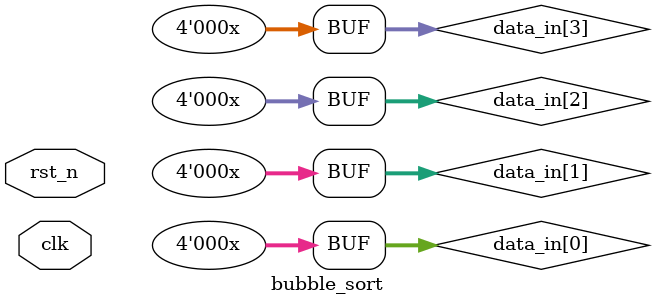
<source format=sv>
module bubble_sort 
#(
    parameter DATA_N = 4 ,
    parameter DATA_W = 4  
)(
    input  logic              clk                 ,
    input  logic              rst_n               ,

    sort_if.master            bb_sort_if             
);

    localparam   CNT_W = $clog2(DATA_N) ;

//interface
    wire              start_sort          = bb_sort_if.start_sort ;
    logic[DATA_W-1:0] data_in[0:DATA_N-1] ;
    logic[DATA_W-1:0] data_out ;
    logic             out_vld  ;
    assign   bb_sort_if.data_out            = data_out ;
    assign   bb_sort_if.out_vld             = out_vld  ; 

    generate
        genvar gi;
        for (gi=0; gi<DATA_N; gi++) begin:IF_CONNECT
         assign    data_in[gi] = bb_sort_if.data_in[gi] ; 
        end
    endgenerate



    reg[DATA_W-1:0]     tmp_mem[0:DATA_N-1] ;
    logic               sorting             ;
    logic               sort_done           ;
    logic               out_en              ;
    
    logic[CNT_W-1:0] bit_swap_cnt ;  //bit 
    logic[CNT_W-1:0] rnd_incr_cnt ;  //round
    logic[CNT_W-1:0] data_idx     ;  //output address

    always_ff @( posedge clk, negedge rst_n) begin
        if( !rst_n ) begin
            sorting <= 1'b0 ;    
        end
        else if (start_sort) begin
            sorting <= 1'b1 ;
        end
        else if(sort_done) begin
            sorting <= 1'b0 ;
        end
    end      

    always_ff @(posedge clk, negedge rst_n) begin
        if(!rst_n) begin
            for(int i=0;i<DATA_N;i++) begin
                tmp_mem[i] <= 'b0 ;
            end
        end
        else if(start_sort) begin
            for(int i=0;i<DATA_N;i++) begin
                tmp_mem[i] <= data_in[i] ;
            end 
        end
        else if(sorting)begin
            if (rnd_incr_cnt < DATA_N) begin
                if (tmp_mem[bit_swap_cnt + 1'b1] < tmp_mem[bit_swap_cnt]) begin
                    tmp_mem[bit_swap_cnt + 1'b1]  <= tmp_mem[bit_swap_cnt     ] ;
                    tmp_mem[bit_swap_cnt]         <= tmp_mem[bit_swap_cnt+1'b1] ;
                end
            end
        end
    end

    always_ff @(posedge clk or negedge rst_n) begin
        if(!rst_n)begin
            bit_swap_cnt  <= 'd0 ;
        end
        else if(sorting && !sort_done) begin
            if (bit_swap_cnt == DATA_N-2) begin
                bit_swap_cnt <=  'd0 ;
            end    
            else begin
                bit_swap_cnt <= bit_swap_cnt + 1'b1 ;
            end
        end
        else begin
            bit_swap_cnt <= 'd0 ;
        end
    end

   always_ff @(posedge clk or negedge rst_n) begin
        if(!rst_n)begin
            rnd_incr_cnt  <= 'd0 ;
        end
        else if(sorting) begin
            if (bit_swap_cnt == DATA_N-2 && rnd_incr_cnt !== DATA_N-2) begin
                rnd_incr_cnt <= rnd_incr_cnt + 1'b1 ;
            end    
            else if(bit_swap_cnt == DATA_N-2 && rnd_incr_cnt == DATA_N-2) begin
                rnd_incr_cnt <= 'd0 ;
            end
        end
        else begin
            rnd_incr_cnt <= 'd0 ;
        end
    end


    always_ff @(posedge clk or negedge rst_n) begin
        if(!rst_n) begin
            sort_done <= 1'b0 ;
        end
        else if (rnd_incr_cnt == DATA_N-2 && bit_swap_cnt == DATA_N-2) begin
            sort_done <= 1'b1 ;
        end
        else begin
            sort_done <= 1'b0 ;
        end
    end
    
    always_ff @(posedge clk or negedge rst_n) begin
        if (!rst_n) begin
            out_en    <= 1'b0 ;
            data_idx  <=  'd0 ;
        end
        else if(data_idx == DATA_N-1) begin
            out_en    <= 1'b0 ;
            data_idx  <=  'd0 ;
        end
        else begin
             if (sort_done) begin
                out_en   <= 1'b1 ;
             end
             if(out_en) begin
                data_idx <= data_idx + 1'd1 ;
             end
        end
    end

    always_ff @(posedge clk or negedge rst_n) begin
        if(!rst_n) begin
            data_out <= 'b0 ;
        end
        else if (out_en) begin
            data_out <= tmp_mem[data_idx] ; 
        end
        else begin
            data_out <= 'b0 ;
        end
    end

    always_ff @(posedge clk or negedge rst_n) begin
        if (!rst_n) begin
            out_vld <= 1'b0 ;
        end
        else begin
            out_vld <= out_en ;
        end
    end
    

endmodule


</source>
